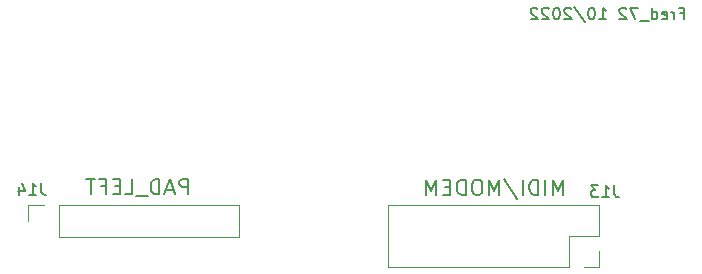
<source format=gbo>
%TF.GenerationSoftware,KiCad,Pcbnew,(5.1.12)-1*%
%TF.CreationDate,2023-01-17T22:16:04+01:00*%
%TF.ProjectId,Connectors,436f6e6e-6563-4746-9f72-732e6b696361,rev?*%
%TF.SameCoordinates,PX7065700PY5b33698*%
%TF.FileFunction,Legend,Bot*%
%TF.FilePolarity,Positive*%
%FSLAX46Y46*%
G04 Gerber Fmt 4.6, Leading zero omitted, Abs format (unit mm)*
G04 Created by KiCad (PCBNEW (5.1.12)-1) date 2023-01-17 22:16:04*
%MOMM*%
%LPD*%
G01*
G04 APERTURE LIST*
%ADD10C,0.150000*%
%ADD11C,0.120000*%
%ADD12C,0.200000*%
G04 APERTURE END LIST*
D10*
X65197857Y22931429D02*
X65531190Y22931429D01*
X65531190Y22407620D02*
X65531190Y23407620D01*
X65055000Y23407620D01*
X64674047Y22407620D02*
X64674047Y23074286D01*
X64674047Y22883810D02*
X64626428Y22979048D01*
X64578809Y23026667D01*
X64483571Y23074286D01*
X64388333Y23074286D01*
X63674047Y22455239D02*
X63769285Y22407620D01*
X63959761Y22407620D01*
X64055000Y22455239D01*
X64102619Y22550477D01*
X64102619Y22931429D01*
X64055000Y23026667D01*
X63959761Y23074286D01*
X63769285Y23074286D01*
X63674047Y23026667D01*
X63626428Y22931429D01*
X63626428Y22836191D01*
X64102619Y22740953D01*
X62769285Y22407620D02*
X62769285Y23407620D01*
X62769285Y22455239D02*
X62864523Y22407620D01*
X63055000Y22407620D01*
X63150238Y22455239D01*
X63197857Y22502858D01*
X63245476Y22598096D01*
X63245476Y22883810D01*
X63197857Y22979048D01*
X63150238Y23026667D01*
X63055000Y23074286D01*
X62864523Y23074286D01*
X62769285Y23026667D01*
X62531190Y22312381D02*
X61769285Y22312381D01*
X61626428Y23407620D02*
X60959761Y23407620D01*
X61388333Y22407620D01*
X60626428Y23312381D02*
X60578809Y23360000D01*
X60483571Y23407620D01*
X60245476Y23407620D01*
X60150238Y23360000D01*
X60102619Y23312381D01*
X60055000Y23217143D01*
X60055000Y23121905D01*
X60102619Y22979048D01*
X60674047Y22407620D01*
X60055000Y22407620D01*
X58340714Y22407620D02*
X58912142Y22407620D01*
X58626428Y22407620D02*
X58626428Y23407620D01*
X58721666Y23264762D01*
X58816904Y23169524D01*
X58912142Y23121905D01*
X57721666Y23407620D02*
X57626428Y23407620D01*
X57531190Y23360000D01*
X57483571Y23312381D01*
X57435952Y23217143D01*
X57388333Y23026667D01*
X57388333Y22788572D01*
X57435952Y22598096D01*
X57483571Y22502858D01*
X57531190Y22455239D01*
X57626428Y22407620D01*
X57721666Y22407620D01*
X57816904Y22455239D01*
X57864523Y22502858D01*
X57912142Y22598096D01*
X57959761Y22788572D01*
X57959761Y23026667D01*
X57912142Y23217143D01*
X57864523Y23312381D01*
X57816904Y23360000D01*
X57721666Y23407620D01*
X56245476Y23455239D02*
X57102619Y22169524D01*
X55959761Y23312381D02*
X55912142Y23360000D01*
X55816904Y23407620D01*
X55578809Y23407620D01*
X55483571Y23360000D01*
X55435952Y23312381D01*
X55388333Y23217143D01*
X55388333Y23121905D01*
X55435952Y22979048D01*
X56007380Y22407620D01*
X55388333Y22407620D01*
X54769285Y23407620D02*
X54674047Y23407620D01*
X54578809Y23360000D01*
X54531190Y23312381D01*
X54483571Y23217143D01*
X54435952Y23026667D01*
X54435952Y22788572D01*
X54483571Y22598096D01*
X54531190Y22502858D01*
X54578809Y22455239D01*
X54674047Y22407620D01*
X54769285Y22407620D01*
X54864523Y22455239D01*
X54912142Y22502858D01*
X54959761Y22598096D01*
X55007380Y22788572D01*
X55007380Y23026667D01*
X54959761Y23217143D01*
X54912142Y23312381D01*
X54864523Y23360000D01*
X54769285Y23407620D01*
X54055000Y23312381D02*
X54007380Y23360000D01*
X53912142Y23407620D01*
X53674047Y23407620D01*
X53578809Y23360000D01*
X53531190Y23312381D01*
X53483571Y23217143D01*
X53483571Y23121905D01*
X53531190Y22979048D01*
X54102619Y22407620D01*
X53483571Y22407620D01*
X53102619Y23312381D02*
X53055000Y23360000D01*
X52959761Y23407620D01*
X52721666Y23407620D01*
X52626428Y23360000D01*
X52578809Y23312381D01*
X52531190Y23217143D01*
X52531190Y23121905D01*
X52578809Y22979048D01*
X53150238Y22407620D01*
X52531190Y22407620D01*
D11*
%TO.C,J14*%
X9973000Y6664000D02*
X9973000Y5334000D01*
X11303000Y6664000D02*
X9973000Y6664000D01*
X12573000Y6664000D02*
X12573000Y4004000D01*
X12573000Y4004000D02*
X27873000Y4004000D01*
X12573000Y6664000D02*
X27873000Y6664000D01*
X27873000Y6664000D02*
X27873000Y4004000D01*
%TO.C,J13*%
X58353000Y1464000D02*
X58353000Y2794000D01*
X57023000Y1464000D02*
X58353000Y1464000D01*
X58353000Y4064000D02*
X58353000Y6664000D01*
X55753000Y4064000D02*
X58353000Y4064000D01*
X55753000Y1464000D02*
X55753000Y4064000D01*
X58353000Y6664000D02*
X40453000Y6664000D01*
X55753000Y1464000D02*
X40453000Y1464000D01*
X40453000Y1464000D02*
X40453000Y6664000D01*
%TO.C,J14*%
D10*
X11096523Y8548620D02*
X11096523Y7834334D01*
X11144142Y7691477D01*
X11239380Y7596239D01*
X11382238Y7548620D01*
X11477476Y7548620D01*
X10096523Y7548620D02*
X10667952Y7548620D01*
X10382238Y7548620D02*
X10382238Y8548620D01*
X10477476Y8405762D01*
X10572714Y8310524D01*
X10667952Y8262905D01*
X9239380Y8215286D02*
X9239380Y7548620D01*
X9477476Y8596239D02*
X9715571Y7881953D01*
X9096523Y7881953D01*
D12*
X23513523Y7603405D02*
X23513523Y8903405D01*
X23018285Y8903405D01*
X22894476Y8841500D01*
X22832571Y8779596D01*
X22770666Y8655786D01*
X22770666Y8470072D01*
X22832571Y8346262D01*
X22894476Y8284358D01*
X23018285Y8222453D01*
X23513523Y8222453D01*
X22275428Y7974834D02*
X21656380Y7974834D01*
X22399238Y7603405D02*
X21965904Y8903405D01*
X21532571Y7603405D01*
X21099238Y7603405D02*
X21099238Y8903405D01*
X20789714Y8903405D01*
X20604000Y8841500D01*
X20480190Y8717691D01*
X20418285Y8593881D01*
X20356380Y8346262D01*
X20356380Y8160548D01*
X20418285Y7912929D01*
X20480190Y7789120D01*
X20604000Y7665310D01*
X20789714Y7603405D01*
X21099238Y7603405D01*
X20108761Y7479596D02*
X19118285Y7479596D01*
X18189714Y7603405D02*
X18808761Y7603405D01*
X18808761Y8903405D01*
X17756380Y8284358D02*
X17323047Y8284358D01*
X17137333Y7603405D02*
X17756380Y7603405D01*
X17756380Y8903405D01*
X17137333Y8903405D01*
X16146857Y8284358D02*
X16580190Y8284358D01*
X16580190Y7603405D02*
X16580190Y8903405D01*
X15961142Y8903405D01*
X15651619Y8903405D02*
X14908761Y8903405D01*
X15280190Y7603405D02*
X15280190Y8903405D01*
%TO.C,J13*%
D10*
X59610523Y8358120D02*
X59610523Y7643834D01*
X59658142Y7500977D01*
X59753380Y7405739D01*
X59896238Y7358120D01*
X59991476Y7358120D01*
X58610523Y7358120D02*
X59181952Y7358120D01*
X58896238Y7358120D02*
X58896238Y8358120D01*
X58991476Y8215262D01*
X59086714Y8120024D01*
X59181952Y8072405D01*
X58277190Y8358120D02*
X57658142Y8358120D01*
X57991476Y7977167D01*
X57848619Y7977167D01*
X57753380Y7929548D01*
X57705761Y7881929D01*
X57658142Y7786691D01*
X57658142Y7548596D01*
X57705761Y7453358D01*
X57753380Y7405739D01*
X57848619Y7358120D01*
X58134333Y7358120D01*
X58229571Y7405739D01*
X58277190Y7453358D01*
D12*
X55254595Y7539905D02*
X55254595Y8839905D01*
X54821261Y7911334D01*
X54387928Y8839905D01*
X54387928Y7539905D01*
X53768880Y7539905D02*
X53768880Y8839905D01*
X53149833Y7539905D02*
X53149833Y8839905D01*
X52840309Y8839905D01*
X52654595Y8778000D01*
X52530785Y8654191D01*
X52468880Y8530381D01*
X52406976Y8282762D01*
X52406976Y8097048D01*
X52468880Y7849429D01*
X52530785Y7725620D01*
X52654595Y7601810D01*
X52840309Y7539905D01*
X53149833Y7539905D01*
X51849833Y7539905D02*
X51849833Y8839905D01*
X50302214Y8901810D02*
X51416500Y7230381D01*
X49868880Y7539905D02*
X49868880Y8839905D01*
X49435547Y7911334D01*
X49002214Y8839905D01*
X49002214Y7539905D01*
X48135547Y8839905D02*
X47887928Y8839905D01*
X47764119Y8778000D01*
X47640309Y8654191D01*
X47578404Y8406572D01*
X47578404Y7973239D01*
X47640309Y7725620D01*
X47764119Y7601810D01*
X47887928Y7539905D01*
X48135547Y7539905D01*
X48259357Y7601810D01*
X48383166Y7725620D01*
X48445071Y7973239D01*
X48445071Y8406572D01*
X48383166Y8654191D01*
X48259357Y8778000D01*
X48135547Y8839905D01*
X47021261Y7539905D02*
X47021261Y8839905D01*
X46711738Y8839905D01*
X46526023Y8778000D01*
X46402214Y8654191D01*
X46340309Y8530381D01*
X46278404Y8282762D01*
X46278404Y8097048D01*
X46340309Y7849429D01*
X46402214Y7725620D01*
X46526023Y7601810D01*
X46711738Y7539905D01*
X47021261Y7539905D01*
X45721261Y8220858D02*
X45287928Y8220858D01*
X45102214Y7539905D02*
X45721261Y7539905D01*
X45721261Y8839905D01*
X45102214Y8839905D01*
X44545071Y7539905D02*
X44545071Y8839905D01*
X44111738Y7911334D01*
X43678404Y8839905D01*
X43678404Y7539905D01*
%TD*%
M02*

</source>
